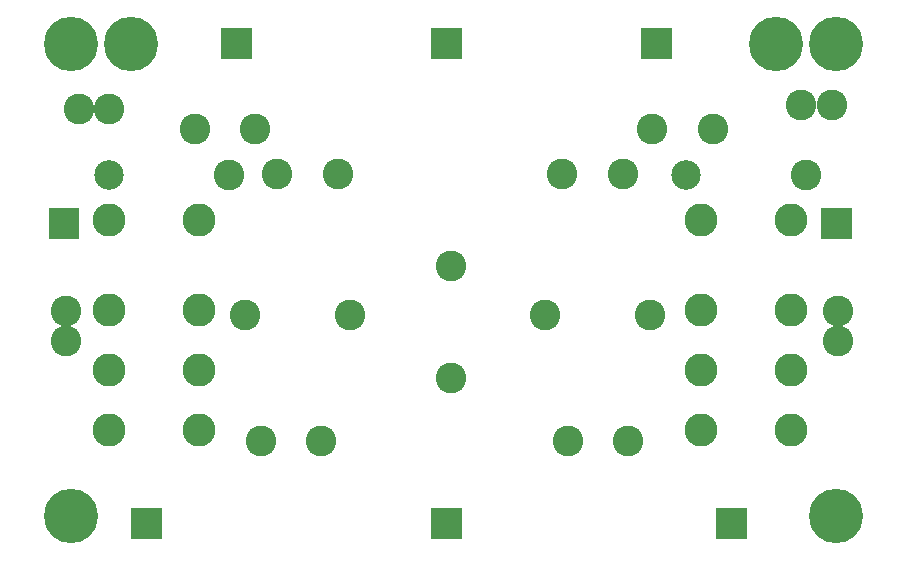
<source format=gbr>
%FSLAX34Y34*%
%MOMM*%
%LNSOLDERMASK_TOP*%
G71*
G01*
%ADD10C,2.800*%
%ADD11C,2.600*%
%ADD12C,2.500*%
%ADD13C,2.600*%
%ADD14C,4.600*%
%LPD*%
X60350Y282299D02*
G54D10*
D03*
X136550Y282299D02*
G54D10*
D03*
X60350Y206099D02*
G54D10*
D03*
X60350Y155299D02*
G54D10*
D03*
X60350Y104499D02*
G54D10*
D03*
X136550Y206099D02*
G54D10*
D03*
X136550Y155299D02*
G54D10*
D03*
X136550Y104499D02*
G54D10*
D03*
X562000Y282299D02*
G54D10*
D03*
X638200Y282299D02*
G54D10*
D03*
X562000Y206099D02*
G54D10*
D03*
X562000Y155299D02*
G54D10*
D03*
X562000Y104499D02*
G54D10*
D03*
X638200Y206099D02*
G54D10*
D03*
X638200Y155299D02*
G54D10*
D03*
X638200Y104499D02*
G54D10*
D03*
X184010Y359325D02*
G54D11*
D03*
X133030Y359213D02*
G54D11*
D03*
X650900Y320400D02*
G54D12*
D03*
X549300Y320400D02*
G54D12*
D03*
X175510Y202059D02*
G54D13*
D03*
X264410Y202059D02*
G54D13*
D03*
X571360Y359325D02*
G54D11*
D03*
X520380Y359213D02*
G54D11*
D03*
X350135Y243334D02*
G54D13*
D03*
X350135Y148084D02*
G54D13*
D03*
X253860Y321225D02*
G54D11*
D03*
X202879Y321113D02*
G54D11*
D03*
X188840Y95057D02*
G54D11*
D03*
X239820Y95169D02*
G54D11*
D03*
X161950Y320400D02*
G54D12*
D03*
X60350Y320400D02*
G54D12*
D03*
X449190Y95057D02*
G54D11*
D03*
X500170Y95169D02*
G54D11*
D03*
X429510Y202059D02*
G54D13*
D03*
X518410Y202059D02*
G54D13*
D03*
X495160Y321225D02*
G54D11*
D03*
X444179Y321113D02*
G54D11*
D03*
X35162Y376361D02*
G54D11*
D03*
X60662Y376361D02*
G54D11*
D03*
X23891Y205316D02*
G54D11*
D03*
X23891Y179816D02*
G54D11*
D03*
X677941Y205316D02*
G54D11*
D03*
X677941Y179816D02*
G54D11*
D03*
X239820Y95169D02*
G54D11*
D03*
X500170Y95169D02*
G54D11*
D03*
X136550Y282299D02*
G54D11*
D03*
X638200Y282299D02*
G54D11*
D03*
X161950Y320400D02*
G54D11*
D03*
X184010Y359325D02*
G54D11*
D03*
X650900Y320400D02*
G54D11*
D03*
X520380Y359213D02*
G54D11*
D03*
X253860Y321225D02*
G54D11*
D03*
X495160Y321225D02*
G54D11*
D03*
X672167Y379347D02*
G54D11*
D03*
X646667Y379347D02*
G54D11*
D03*
G36*
X79100Y38000D02*
X105100Y38000D01*
X105100Y12000D01*
X79100Y12000D01*
X79100Y38000D01*
G37*
G36*
X333100Y38000D02*
X359100Y38000D01*
X359100Y12000D01*
X333100Y12000D01*
X333100Y38000D01*
G37*
G36*
X574400Y38000D02*
X600400Y38000D01*
X600400Y12000D01*
X574400Y12000D01*
X574400Y38000D01*
G37*
G36*
X155300Y444400D02*
X181300Y444400D01*
X181300Y418400D01*
X155300Y418400D01*
X155300Y444400D01*
G37*
G36*
X333100Y444400D02*
X359100Y444400D01*
X359100Y418400D01*
X333100Y418400D01*
X333100Y444400D01*
G37*
G36*
X510900Y444400D02*
X536900Y444400D01*
X536900Y418400D01*
X510900Y418400D01*
X510900Y444400D01*
G37*
X676300Y31350D02*
G54D14*
D03*
X28600Y31350D02*
G54D14*
D03*
X28600Y431400D02*
G54D14*
D03*
X676300Y431400D02*
G54D14*
D03*
X79400Y431400D02*
G54D14*
D03*
X625500Y431400D02*
G54D14*
D03*
G36*
X663300Y292000D02*
X689300Y292000D01*
X689300Y266000D01*
X663300Y266000D01*
X663300Y292000D01*
G37*
G36*
X9250Y292000D02*
X35250Y292000D01*
X35250Y266000D01*
X9250Y266000D01*
X9250Y292000D01*
G37*
M02*

</source>
